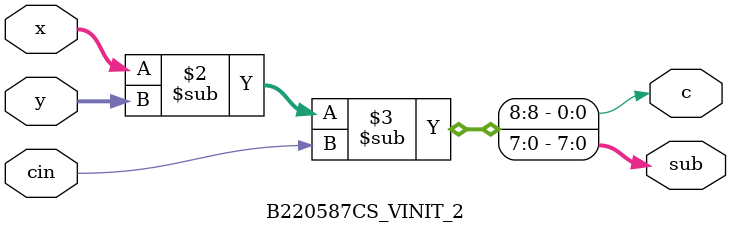
<source format=v>
module B220587CS_VINIT_2(input [7:0]x,
	input [7:0]y,
	input cin,
	output reg c,
	output reg[7:0]sub
);
	
	always@(x or y or cin)
	begin
		{c,sub}=x-y-cin;
	end
endmodule

</source>
